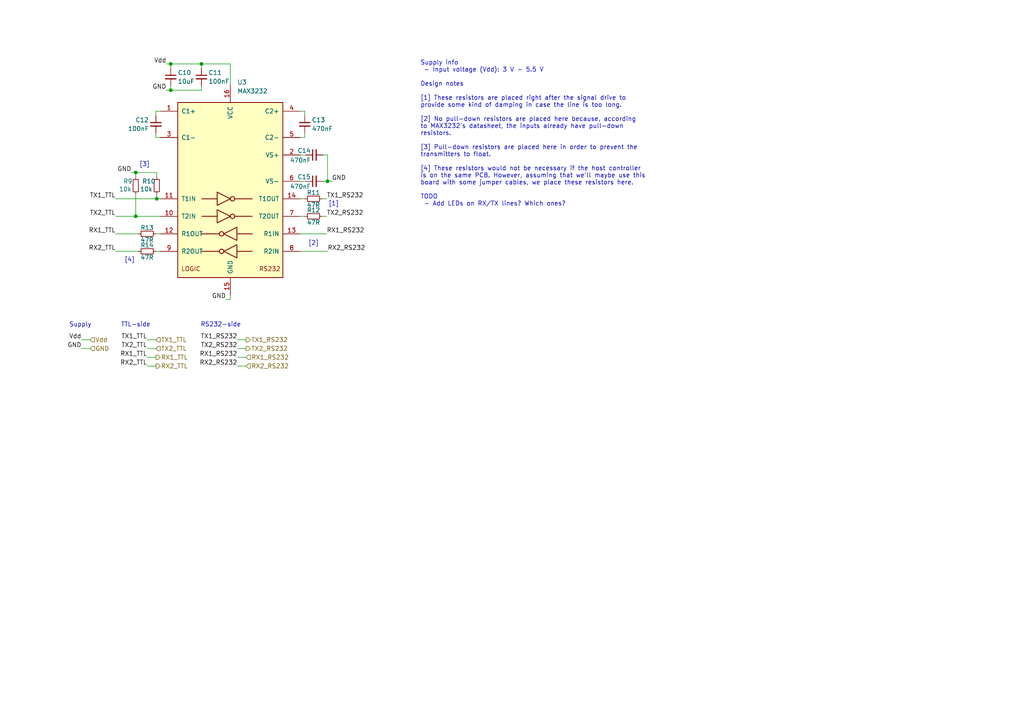
<source format=kicad_sch>
(kicad_sch (version 20211123) (generator eeschema)
  (paper "A4")
  (lib_symbols
    (symbol "Device:C_Small" (pin_numbers hide) (pin_names (offset 0.254) hide)
      (property "Reference" "C" (at 0.254 1.778 0))
      (property "Value" "C_Small" (at 0.254 -2.032 0))
      (symbol "C_Small_0_1"
        (polyline (pts (xy -1.524 -0.508) (xy 1.524 -0.508)) (stroke (width 0.3302)))
        (polyline (pts (xy -1.524 0.508) (xy 1.524 0.508)) (stroke (width 0.3048)))
      )
      (symbol "C_Small_1_1"
        (pin passive line (at 0 2.54 270) (length 2.032) (name "~") (number "1"))
        (pin passive line (at 0 -2.54 90) (length 2.032) (name "~") (number "2"))
      )
    )
    (symbol "Device:R_Small" (pin_numbers hide) (pin_names (offset 0.254) hide)
      (property "Reference" "R" (at 0.762 0.508 0))
      (property "Value" "R_Small" (at 0.762 -1.016 0))
      (symbol "R_Small_0_1"
        (rectangle (start -0.762 1.778) (end 0.762 -1.778) (stroke (width 0.2032)))
      )
      (symbol "R_Small_1_1"
        (pin passive line (at 0 2.54 270) (length 0.762) (name "~") (number "1"))
        (pin passive line (at 0 -2.54 90) (length 0.762) (name "~") (number "2"))
      )
    )
    (symbol "Interface_UART:MAX3232" (pin_names (offset 1.016))
      (property "Reference" "U" (at -2.54 28.575 0))
      (property "Value" "MAX3232" (at -2.54 26.67 0))
      (symbol "MAX3232_0_0"
        (text "LOGIC" (at -11.43 -22.86 0) (effects (font (size 1.27 1.27))))
        (text "RS232" (at 11.43 -22.86 0) (effects (font (size 1.27 1.27))))
      )
      (symbol "MAX3232_0_1"
        (rectangle (start -15.24 -25.4) (end 15.24 25.4) (stroke (width 0.254)) (fill (type background)))
        (circle (center -2.54 -17.78) (radius 0.635) (stroke (width 0.254)))
        (circle (center -2.54 -12.7) (radius 0.635) (stroke (width 0.254)))
        (polyline (pts (xy -3.81 -7.62) (xy -8.255 -7.62)) (stroke (width 0.254)))
        (polyline (pts (xy -3.81 -2.54) (xy -8.255 -2.54)) (stroke (width 0.254)))
        (polyline (pts (xy -3.175 -17.78) (xy -8.255 -17.78)) (stroke (width 0.254)))
        (polyline (pts (xy -3.175 -12.7) (xy -8.255 -12.7)) (stroke (width 0.254)))
        (polyline (pts (xy 1.27 -7.62) (xy 6.35 -7.62)) (stroke (width 0.254)))
        (polyline (pts (xy 1.27 -2.54) (xy 6.35 -2.54)) (stroke (width 0.254)))
        (polyline (pts (xy 1.905 -17.78) (xy 6.35 -17.78)) (stroke (width 0.254)))
        (polyline (pts (xy 1.905 -12.7) (xy 6.35 -12.7)) (stroke (width 0.254)))
        (polyline (pts (xy -3.81 -5.715) (xy -3.81 -9.525) (xy 0 -7.62) (xy -3.81 -5.715)) (stroke (width 0.254)))
        (polyline (pts (xy -3.81 -0.635) (xy -3.81 -4.445) (xy 0 -2.54) (xy -3.81 -0.635)) (stroke (width 0.254)))
        (polyline (pts (xy 1.905 -15.875) (xy 1.905 -19.685) (xy -1.905 -17.78) (xy 1.905 -15.875)) (stroke (width 0.254)))
        (polyline (pts (xy 1.905 -10.795) (xy 1.905 -14.605) (xy -1.905 -12.7) (xy 1.905 -10.795)) (stroke (width 0.254)))
        (circle (center 0.635 -7.62) (radius 0.635) (stroke (width 0.254)))
        (circle (center 0.635 -2.54) (radius 0.635) (stroke (width 0.254)))
      )
      (symbol "MAX3232_1_1"
        (pin passive line (at -20.32 22.86 0) (length 5.08) (name "C1+") (number "1"))
        (pin input line (at -20.32 -7.62 0) (length 5.08) (name "T2IN") (number "10"))
        (pin input line (at -20.32 -2.54 0) (length 5.08) (name "T1IN") (number "11"))
        (pin output line (at -20.32 -12.7 0) (length 5.08) (name "R1OUT") (number "12"))
        (pin input line (at 20.32 -12.7 180) (length 5.08) (name "R1IN") (number "13"))
        (pin output line (at 20.32 -2.54 180) (length 5.08) (name "T1OUT") (number "14"))
        (pin power_in line (at 0 -30.48 90) (length 5.08) (name "GND") (number "15"))
        (pin power_in line (at 0 30.48 270) (length 5.08) (name "VCC") (number "16"))
        (pin power_out line (at 20.32 10.16 180) (length 5.08) (name "VS+") (number "2"))
        (pin passive line (at -20.32 15.24 0) (length 5.08) (name "C1-") (number "3"))
        (pin passive line (at 20.32 22.86 180) (length 5.08) (name "C2+") (number "4"))
        (pin passive line (at 20.32 15.24 180) (length 5.08) (name "C2-") (number "5"))
        (pin power_out line (at 20.32 2.54 180) (length 5.08) (name "VS-") (number "6"))
        (pin output line (at 20.32 -7.62 180) (length 5.08) (name "T2OUT") (number "7"))
        (pin input line (at 20.32 -17.78 180) (length 5.08) (name "R2IN") (number "8"))
        (pin output line (at -20.32 -17.78 0) (length 5.08) (name "R2OUT") (number "9"))
      )
    )
  )
  (junction (at 45.466 57.658))
  (junction (at 58.42 18.542))
  (junction (at 39.37 50.038))
  (junction (at 39.37 62.738))
  (junction (at 94.996 52.578))
  (junction (at 49.53 26.162))
  (junction (at 49.53 18.542))
  (wire (pts (xy 38.1 50.038) (xy 39.37 50.038)))
  (wire (pts (xy 23.622 98.552) (xy 26.162 98.552)))
  (wire (pts (xy 68.834 98.552) (xy 71.374 98.552)))
  (wire (pts (xy 65.532 86.868) (xy 66.802 86.868)))
  (wire (pts (xy 93.726 44.958) (xy 94.996 44.958)))
  (wire (pts (xy 87.122 62.738) (xy 88.392 62.738)))
  (wire (pts (xy 39.37 50.038) (xy 45.466 50.038)))
  (wire (pts (xy 93.472 62.738) (xy 94.742 62.738)))
  (wire (pts (xy 87.122 52.578) (xy 88.646 52.578)))
  (wire (pts (xy 49.53 19.812) (xy 49.53 18.542)))
  (wire (pts (xy 68.834 103.632) (xy 71.374 103.632)))
  (wire (pts (xy 93.472 57.658) (xy 94.742 57.658)))
  (wire (pts (xy 46.482 62.738) (xy 39.37 62.738)))
  (wire (pts (xy 45.212 33.528) (xy 45.212 32.258)))
  (wire (pts (xy 45.212 38.608) (xy 45.212 39.878)))
  (wire (pts (xy 42.672 106.172) (xy 45.212 106.172)))
  (wire (pts (xy 66.802 18.542) (xy 66.802 24.638)))
  (wire (pts (xy 87.122 32.258) (xy 88.392 32.258)))
  (wire (pts (xy 94.996 44.958) (xy 94.996 52.578)))
  (wire (pts (xy 33.528 72.898) (xy 40.132 72.898)))
  (wire (pts (xy 33.528 62.738) (xy 39.37 62.738)))
  (wire (pts (xy 58.42 26.162) (xy 58.42 24.892)))
  (wire (pts (xy 94.996 52.578) (xy 93.726 52.578)))
  (wire (pts (xy 58.42 18.542) (xy 66.802 18.542)))
  (wire (pts (xy 68.834 101.092) (xy 71.374 101.092)))
  (wire (pts (xy 66.802 86.868) (xy 66.802 85.598)))
  (wire (pts (xy 45.212 39.878) (xy 46.482 39.878)))
  (wire (pts (xy 33.528 67.818) (xy 40.132 67.818)))
  (wire (pts (xy 33.528 57.658) (xy 45.466 57.658)))
  (wire (pts (xy 46.482 57.658) (xy 45.466 57.658)))
  (wire (pts (xy 68.834 106.172) (xy 71.374 106.172)))
  (wire (pts (xy 87.122 67.818) (xy 94.742 67.818)))
  (wire (pts (xy 45.212 67.818) (xy 46.482 67.818)))
  (wire (pts (xy 48.26 26.162) (xy 49.53 26.162)))
  (wire (pts (xy 58.42 18.542) (xy 58.42 19.812)))
  (wire (pts (xy 42.672 103.632) (xy 45.212 103.632)))
  (wire (pts (xy 87.122 57.658) (xy 88.392 57.658)))
  (wire (pts (xy 45.466 57.658) (xy 45.466 56.388)))
  (wire (pts (xy 42.672 98.552) (xy 45.212 98.552)))
  (wire (pts (xy 88.392 39.878) (xy 87.122 39.878)))
  (wire (pts (xy 39.37 50.038) (xy 39.37 51.308)))
  (wire (pts (xy 23.622 101.092) (xy 26.162 101.092)))
  (wire (pts (xy 45.466 50.038) (xy 45.466 51.308)))
  (wire (pts (xy 88.392 38.608) (xy 88.392 39.878)))
  (wire (pts (xy 49.53 26.162) (xy 58.42 26.162)))
  (wire (pts (xy 42.672 101.092) (xy 45.212 101.092)))
  (wire (pts (xy 88.392 32.258) (xy 88.392 33.528)))
  (wire (pts (xy 49.53 24.892) (xy 49.53 26.162)))
  (wire (pts (xy 49.53 18.542) (xy 58.42 18.542)))
  (wire (pts (xy 39.37 62.738) (xy 39.37 56.388)))
  (wire (pts (xy 87.122 72.898) (xy 94.996 72.898)))
  (wire (pts (xy 45.212 32.258) (xy 46.482 32.258)))
  (wire (pts (xy 87.122 44.958) (xy 88.646 44.958)))
  (wire (pts (xy 94.996 52.578) (xy 96.266 52.578)))
  (wire (pts (xy 48.26 18.542) (xy 49.53 18.542)))
  (wire (pts (xy 45.212 72.898) (xy 46.482 72.898)))
  (text "[1]" (at 95.25 59.944 0) (effects (font (size 1.27 1.27)) (justify left bottom)))
  (text "Supply info\n - Input voltage (Vdd): 3 V - 5.5 V\n\nDesign notes\n\n[1] These resistors are placed right after the signal drive to\nprovide some kind of damping in case the line is too long.\n\n[2] No pull-down resistors are placed here because, according\nto MAX3232's datasheet, the inputs already have pull-down \nresistors.\n\n[3] Pull-down resistors are placed here in order to prevent the\ntransmitters to float.\n\n[4] These resistors would not be necessary if the host controller\nis on the same PCB. However, assuming that we'll maybe use this\nboard with some jumper cables, we place these resistors here.\n\nTODO\n - Add LEDs on RX/TX lines? Which ones?" (at 121.92 59.944 0) (effects (font (size 1.27 1.27)) (justify left bottom)))
  (text "[4]" (at 36.068 76.2 0) (effects (font (size 1.27 1.27)) (justify left bottom)))
  (text "RS232-side" (at 58.166 94.996 0) (effects (font (size 1.27 1.27)) (justify left bottom)))
  (text "[3]" (at 40.386 48.514 0) (effects (font (size 1.27 1.27)) (justify left bottom)))
  (text "Supply" (at 20.066 94.996 0) (effects (font (size 1.27 1.27)) (justify left bottom)))
  (text "[2]" (at 89.408 71.374 0) (effects (font (size 1.27 1.27)) (justify left bottom)))
  (text "TTL-side" (at 35.052 94.996 0) (effects (font (size 1.27 1.27)) (justify left bottom)))
  (label "GND" (at 96.266 52.578 0))
  (label "TX2_TTL" (at 33.528 62.738 180))
  (label "TX1_TTL" (at 33.528 57.658 180))
  (label "RX2_TTL" (at 33.528 72.898 180))
  (label "GND" (at 38.1 50.038 180))
  (label "RX1_TTL" (at 33.528 67.818 180))
  (label "Vdd" (at 23.622 98.552 180))
  (label "TX2_RS232" (at 68.834 101.092 180))
  (label "TX2_RS232" (at 94.742 62.738 0))
  (label "GND" (at 65.532 86.868 180))
  (label "GND" (at 23.622 101.092 180))
  (label "RX2_TTL" (at 42.672 106.172 180))
  (label "TX1_RS232" (at 94.742 57.658 0))
  (label "RX2_RS232" (at 68.834 106.172 180))
  (label "TX1_TTL" (at 42.672 98.552 180))
  (label "RX1_TTL" (at 42.672 103.632 180))
  (label "GND" (at 48.26 26.162 180))
  (label "Vdd" (at 48.26 18.542 180))
  (label "TX1_RS232" (at 68.834 98.552 180))
  (label "RX2_RS232" (at 94.996 72.898 0))
  (label "RX1_RS232" (at 94.742 67.818 0))
  (label "RX1_RS232" (at 68.834 103.632 180))
  (label "TX2_TTL" (at 42.672 101.092 180))
  (hierarchical_label "TX1_RS232" (shape output) (at 71.374 98.552 0))
  (hierarchical_label "GND" (shape input) (at 26.162 101.092 0))
  (hierarchical_label "RX2_TTL" (shape output) (at 45.212 106.172 0))
  (hierarchical_label "TX2_TTL" (shape input) (at 45.212 101.092 0))
  (hierarchical_label "RX2_RS232" (shape input) (at 71.374 106.172 0))
  (hierarchical_label "RX1_TTL" (shape output) (at 45.212 103.632 0))
  (hierarchical_label "RX1_RS232" (shape input) (at 71.374 103.632 0))
  (hierarchical_label "Vdd" (shape input) (at 26.162 98.552 0))
  (hierarchical_label "TX1_TTL" (shape input) (at 45.212 98.552 0))
  (hierarchical_label "TX2_RS232" (shape output) (at 71.374 101.092 0))
  (symbol (lib_id "Device:C_Small") (at 45.212 36.068 0) (mirror y) (unit 1)
    (property "Reference" "C12" (at 43.18 34.798 0) (effects (justify left)))
    (property "Value" "100nF" (at 43.18 37.338 0) (effects (justify left)))
    (property "Footprint" "Capacitor_SMD:C_0805_2012Metric_Pad1.18x1.45mm_HandSolder" (effects hide))
  )
  (symbol (lib_id "Device:C_Small") (at 58.42 22.352 0) (unit 1)
    (property "Reference" "C11" (at 60.452 21.082 0) (effects (justify left)))
    (property "Value" "100nF" (at 60.452 23.622 0) (effects (justify left)))
    (property "Footprint" "Capacitor_SMD:C_0805_2012Metric_Pad1.18x1.45mm_HandSolder" (effects hide))
  )
  (symbol (lib_id "Device:C_Small") (at 88.392 36.068 0) (unit 1)
    (property "Reference" "C13" (at 90.424 34.798 0) (effects (justify left)))
    (property "Value" "470nF" (at 90.424 37.338 0) (effects (justify left)))
    (property "Footprint" "Capacitor_SMD:C_0805_2012Metric_Pad1.18x1.45mm_HandSolder" (effects hide))
  )
  (symbol (lib_id "Device:R_Small") (at 42.672 72.898 270) (unit 1)
    (property "Reference" "R14" (at 42.672 71.12 90))
    (property "Value" "47R" (at 42.672 74.676 90))
    (property "Footprint" "Resistor_SMD:R_0805_2012Metric_Pad1.20x1.40mm_HandSolder" (effects hide))
  )
  (symbol (lib_id "Device:R_Small") (at 45.466 53.848 0) (unit 1)
    (property "Reference" "R10" (at 43.18 52.578 0))
    (property "Value" "10k" (at 42.418 54.864 0))
    (property "Footprint" "Resistor_SMD:R_0805_2012Metric_Pad1.20x1.40mm_HandSolder" (effects hide))
  )
  (symbol (lib_id "Device:R_Small") (at 90.932 57.658 270) (unit 1)
    (property "Reference" "R11" (at 90.932 55.88 90))
    (property "Value" "47R" (at 90.932 59.436 90))
    (property "Footprint" "Resistor_SMD:R_0805_2012Metric_Pad1.20x1.40mm_HandSolder" (effects hide))
  )
  (symbol (lib_id "Device:R_Small") (at 39.37 53.848 0) (unit 1)
    (property "Reference" "R9" (at 37.084 52.578 0))
    (property "Value" "10k" (at 36.322 54.864 0))
    (property "Footprint" "Resistor_SMD:R_0805_2012Metric_Pad1.20x1.40mm_HandSolder" (effects hide))
  )
  (symbol (lib_id "Interface_UART:MAX3232") (at 66.802 55.118 0) (unit 1)
    (property "Reference" "U3" (at 68.8214 23.876 0) (effects (justify left)))
    (property "Value" "MAX3232" (at 68.8214 26.416 0) (effects (justify left)))
    (property "Footprint" "Package_SO:TSSOP-16_4.4x5mm_P0.65mm" (effects hide))
    (property "Datasheet" "https://datasheets.maximintegrated.com/en/ds/MAX3222-MAX3241.pdf" (effects hide))
  )
  (symbol (lib_id "Device:R_Small") (at 90.932 62.738 270) (unit 1)
    (property "Reference" "R12" (at 90.932 60.96 90))
    (property "Value" "47R" (at 90.932 64.516 90))
    (property "Footprint" "Resistor_SMD:R_0805_2012Metric_Pad1.20x1.40mm_HandSolder" (effects hide))
  )
  (symbol (lib_id "Device:C_Small") (at 91.186 44.958 90) (mirror x) (unit 1)
    (property "Reference" "C14" (at 90.17 43.688 90) (effects (justify left)))
    (property "Value" "470nF" (at 90.17 46.482 90) (effects (justify left)))
    (property "Footprint" "Capacitor_SMD:C_0805_2012Metric_Pad1.18x1.45mm_HandSolder" (effects hide))
  )
  (symbol (lib_id "Device:C_Small") (at 91.186 52.578 90) (mirror x) (unit 1)
    (property "Reference" "C15" (at 90.17 51.308 90) (effects (justify left)))
    (property "Value" "470nF" (at 90.17 54.102 90) (effects (justify left)))
    (property "Footprint" "Capacitor_SMD:C_0805_2012Metric_Pad1.18x1.45mm_HandSolder" (effects hide))
  )
  (symbol (lib_id "Device:R_Small") (at 42.672 67.818 270) (unit 1)
    (property "Reference" "R13" (at 42.672 66.04 90))
    (property "Value" "47R" (at 42.672 69.596 90))
    (property "Footprint" "Resistor_SMD:R_0805_2012Metric_Pad1.20x1.40mm_HandSolder" (effects hide))
  )
  (symbol (lib_id "Device:C_Small") (at 49.53 22.352 0) (unit 1)
    (property "Reference" "C10" (at 51.562 21.082 0) (effects (justify left)))
    (property "Value" "10uF" (at 51.562 23.622 0) (effects (justify left)))
    (property "Footprint" "Capacitor_SMD:C_0805_2012Metric_Pad1.18x1.45mm_HandSolder" (effects hide))
  )
)
</source>
